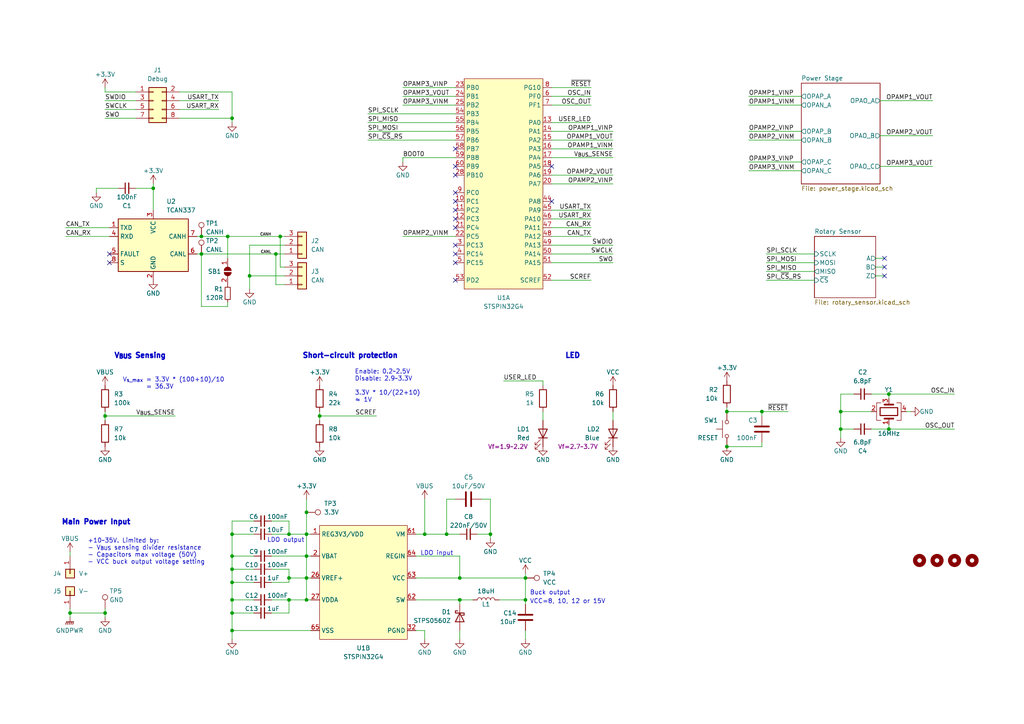
<source format=kicad_sch>
(kicad_sch (version 20230121) (generator eeschema)
  (paper "A4")
  (title_block (title "moco-SC1") (rev "1.0") (comment 1 "BLDC motor controller/driver") (comment 2 "STSPIN32G4 MCU/Gate driver and CSD88584Q5DC Dual N-MOSFET") (comment 3 "MIT license (Open source hardware)") (comment 4 "https://github.com/ziteh/moco"))
  (lib_symbols
    (symbol "Connector:TestPoint" (pin_numbers hide) (pin_names (offset 0.762) hide)
      (property "Reference" "TP" (at 0 6.858 0))
      (property "Value" "TestPoint" (at 0 5.08 0))
      (symbol "TestPoint_1_1"
        (pin passive line (at 0 0 90) (length 2.54) (name "1") (number "1"))
      )
    )
    (symbol "Connector_Generic:Conn_01x01" (pin_names (offset 1.016) hide)
      (property "Reference" "J" (at 0 2.54 0))
      (property "Value" "Conn_01x01" (at 0 -2.54 0))
      (symbol "Conn_01x01_1_1"
        (pin passive line (at -5.08 0 0) (length 3.81) (name "Pin_1") (number "1"))
      )
    )
    (symbol "Connector_Generic:Conn_01x03" (pin_names (offset 1.016) hide)
      (property "Reference" "J" (at 0 5.08 0))
      (property "Value" "Conn_01x03" (at 0 -5.08 0))
      (symbol "Conn_01x03_1_1"
        (pin passive line (at -5.08 2.54 0) (length 3.81) (name "Pin_1") (number "1"))
        (pin passive line (at -5.08 0 0) (length 3.81) (name "Pin_2") (number "2"))
        (pin passive line (at -5.08 -2.54 0) (length 3.81) (name "Pin_3") (number "3"))
      )
    )
    (symbol "Connector_Generic:Conn_02x04_Odd_Even" (pin_names (offset 1.016) hide)
      (property "Reference" "J" (at 1.27 5.08 0))
      (property "Value" "Conn_02x04_Odd_Even" (at 1.27 -7.62 0))
      (symbol "Conn_02x04_Odd_Even_1_1"
        (pin passive line (at -5.08 2.54 0) (length 3.81) (name "Pin_1") (number "1"))
        (pin passive line (at 7.62 2.54 180) (length 3.81) (name "Pin_2") (number "2"))
        (pin passive line (at -5.08 0 0) (length 3.81) (name "Pin_3") (number "3"))
        (pin passive line (at 7.62 0 180) (length 3.81) (name "Pin_4") (number "4"))
        (pin passive line (at -5.08 -2.54 0) (length 3.81) (name "Pin_5") (number "5"))
        (pin passive line (at 7.62 -2.54 180) (length 3.81) (name "Pin_6") (number "6"))
        (pin passive line (at -5.08 -5.08 0) (length 3.81) (name "Pin_7") (number "7"))
        (pin passive line (at 7.62 -5.08 180) (length 3.81) (name "Pin_8") (number "8"))
      )
    )
    (symbol "Device:C" (pin_numbers hide) (pin_names (offset 0.254))
      (property "Reference" "C" (at 0.635 2.54 0))
      (property "Value" "C" (at 0.635 -2.54 0))
      (symbol "C_1_1"
        (pin passive line (at 0 3.81 270) (length 2.794) (name "~") (number "1"))
        (pin passive line (at 0 -3.81 90) (length 2.794) (name "~") (number "2"))
      )
    )
    (symbol "Device:C_Small" (pin_numbers hide) (pin_names (offset 0.254) hide)
      (property "Reference" "C" (at 0.254 1.778 0))
      (property "Value" "C_Small" (at 0.254 -2.032 0))
      (symbol "C_Small_1_1"
        (pin passive line (at 0 2.54 270) (length 2.032) (name "~") (number "1"))
        (pin passive line (at 0 -2.54 90) (length 2.032) (name "~") (number "2"))
      )
    )
    (symbol "Device:Crystal_GND24" (pin_names (offset 1.016) hide)
      (property "Reference" "Y" (at 3.175 5.08 0))
      (property "Value" "Crystal_GND24" (at 3.175 3.175 0))
      (symbol "Crystal_GND24_1_1"
        (pin passive line (at -3.81 0 0) (length 1.27) (name "1") (number "1"))
        (pin passive line (at 0 5.08 270) (length 1.27) (name "2") (number "2"))
        (pin passive line (at 3.81 0 180) (length 1.27) (name "3") (number "3"))
        (pin passive line (at 0 -5.08 90) (length 1.27) (name "4") (number "4"))
      )
    )
    (symbol "Device:L" (pin_numbers hide) (pin_names (offset 1.016) hide)
      (property "Reference" "L" (at -1.27 0 90))
      (property "Value" "L" (at 1.905 0 90))
      (symbol "L_1_1"
        (pin passive line (at 0 3.81 270) (length 1.27) (name "1") (number "1"))
        (pin passive line (at 0 -3.81 90) (length 1.27) (name "2") (number "2"))
      )
    )
    (symbol "Device:LED" (pin_numbers hide) (pin_names (offset 1.016) hide)
      (property "Reference" "D" (at 0 2.54 0))
      (property "Value" "LED" (at 0 -2.54 0))
      (symbol "LED_1_1"
        (pin passive line (at -3.81 0 0) (length 2.54) (name "K") (number "1"))
        (pin passive line (at 3.81 0 180) (length 2.54) (name "A") (number "2"))
      )
    )
    (symbol "Device:R" (pin_numbers hide) (pin_names (offset 0))
      (property "Reference" "R" (at 2.032 0 90))
      (property "Value" "R" (at 0 0 90))
      (symbol "R_1_1"
        (pin passive line (at 0 3.81 270) (length 1.27) (name "~") (number "1"))
        (pin passive line (at 0 -3.81 90) (length 1.27) (name "~") (number "2"))
      )
    )
    (symbol "Device:R_Small" (pin_numbers hide) (pin_names (offset 0.254) hide)
      (property "Reference" "R" (at 0.762 0.508 0))
      (property "Value" "R_Small" (at 0.762 -1.016 0))
      (symbol "R_Small_1_1"
        (pin passive line (at 0 2.54 270) (length 0.762) (name "~") (number "1"))
        (pin passive line (at 0 -2.54 90) (length 0.762) (name "~") (number "2"))
      )
    )
    (symbol "Diode:1N6857UR" (pin_numbers hide) (pin_names (offset 1.016) hide)
      (property "Reference" "D" (at 0 2.54 0))
      (property "Value" "1N6857UR" (at 0 -2.54 0))
      (symbol "1N6857UR_1_1"
        (pin passive line (at -3.81 0 0) (length 2.54) (name "K") (number "1"))
        (pin passive line (at 3.81 0 180) (length 2.54) (name "A") (number "2"))
      )
    )
    (symbol "Interface_CAN_LIN:TCAN337"
      (property "Reference" "U" (at -10.16 8.89 0))
      (property "Value" "TCAN337" (at 2.54 8.89 0))
      (symbol "TCAN337_1_1"
        (pin input line (at -12.7 5.08 0) (length 2.54) (name "TXD") (number "1"))
        (pin power_in line (at 0 -10.16 90) (length 2.54) (name "GND") (number "2"))
        (pin power_in line (at 0 10.16 270) (length 2.54) (name "VCC") (number "3"))
        (pin tri_state line (at -12.7 2.54 0) (length 2.54) (name "RXD") (number "4"))
        (pin open_collector line (at -12.7 -2.54 0) (length 2.54) (name "FAULT") (number "5"))
        (pin bidirectional line (at 12.7 -2.54 180) (length 2.54) (name "CANL") (number "6"))
        (pin bidirectional line (at 12.7 2.54 180) (length 2.54) (name "CANH") (number "7"))
        (pin input line (at -12.7 -5.08 0) (length 2.54) (name "S") (number "8"))
      )
    )
    (symbol "Jumper:SolderJumper_2_Open" (pin_names (offset 0) hide)
      (property "Reference" "JP" (at 0 2.032 0))
      (property "Value" "SolderJumper_2_Open" (at 0 -2.54 0))
      (symbol "SolderJumper_2_Open_1_1"
        (pin passive line (at -3.81 0 0) (length 2.54) (name "A") (number "1"))
        (pin passive line (at 3.81 0 180) (length 2.54) (name "B") (number "2"))
      )
    )
    (symbol "Mechanical:MountingHole" (pin_names (offset 1.016))
      (property "Reference" "H" (at 0 5.08 0))
      (property "Value" "MountingHole" (at 0 3.175 0))
    )
    (symbol "STSPIN32G4_1"
      (property "Reference" "U" (at 0 -12.7 0))
      (property "Value" "STSPIN32G4" (at 0 -15.24 0))
      (symbol "STSPIN32G4_1_1_0"
        (pin bidirectional line (at -13.97 -5.08 0) (length 2.54) (name "PC1") (number "10"))
        (pin bidirectional line (at -13.97 -7.62 0) (length 2.54) (name "PC2") (number "11"))
        (pin bidirectional line (at -13.97 -10.16 0) (length 2.54) (name "PC3") (number "12"))
        (pin bidirectional line (at 13.97 17.78 180) (length 2.54) (name "PA0") (number "13"))
        (pin bidirectional line (at 13.97 15.24 180) (length 2.54) (name "PA1") (number "14"))
        (pin bidirectional line (at 13.97 12.7 180) (length 2.54) (name "PA2") (number "15"))
        (pin bidirectional line (at 13.97 10.16 180) (length 2.54) (name "PA3") (number "16"))
        (pin bidirectional line (at 13.97 7.62 180) (length 2.54) (name "PA4") (number "17"))
        (pin bidirectional line (at 13.97 5.08 180) (length 2.54) (name "PA5") (number "18"))
        (pin bidirectional line (at 13.97 2.54 180) (length 2.54) (name "PA6") (number "19"))
        (pin bidirectional line (at 13.97 0 180) (length 2.54) (name "PA7") (number "20"))
        (pin bidirectional line (at -13.97 -12.7 0) (length 2.54) (name "PC4") (number "21"))
        (pin bidirectional line (at -13.97 -15.24 0) (length 2.54) (name "PC5") (number "22"))
        (pin bidirectional line (at -13.97 27.94 0) (length 2.54) (name "PB0") (number "23"))
        (pin bidirectional line (at -13.97 25.4 0) (length 2.54) (name "PB1") (number "24"))
        (pin bidirectional line (at -13.97 22.86 0) (length 2.54) (name "PB2") (number "25"))
        (pin bidirectional line (at -13.97 2.54 0) (length 2.54) (name "PB10") (number "28"))
        (pin bidirectional line (at -13.97 -17.78 0) (length 2.54) (name "PC13") (number "3"))
        (pin no_connect line (at -1.27 -33.02 90) (length 2.54) hide (name "NC") (number "33"))
        (pin no_connect line (at 1.27 -33.02 90) (length 2.54) hide (name "NC") (number "34"))
        (pin bidirectional line (at -13.97 -20.32 0) (length 2.54) (name "PC14") (number "4"))
        (pin bidirectional line (at 13.97 -5.08 180) (length 2.54) (name "PA8") (number "44"))
        (pin bidirectional line (at 13.97 -7.62 180) (length 2.54) (name "PA9") (number "45"))
        (pin bidirectional line (at 13.97 -10.16 180) (length 2.54) (name "PA10") (number "46"))
        (pin bidirectional line (at 13.97 -12.7 180) (length 2.54) (name "PA11") (number "47"))
        (pin bidirectional line (at 13.97 -15.24 180) (length 2.54) (name "PA12") (number "48"))
        (pin bidirectional line (at 13.97 -17.78 180) (length 2.54) (name "PA13") (number "49"))
        (pin bidirectional line (at -13.97 -22.86 0) (length 2.54) (name "PC15") (number "5"))
        (pin bidirectional line (at 13.97 -20.32 180) (length 2.54) (name "PA14") (number "50"))
        (pin bidirectional line (at 13.97 -22.86 180) (length 2.54) (name "PA15") (number "51"))
        (pin bidirectional line (at 13.97 -27.94 180) (length 2.54) (name "SCREF") (number "52"))
        (pin bidirectional line (at -13.97 -27.94 0) (length 2.54) (name "PD2") (number "53"))
        (pin bidirectional line (at -13.97 20.32 0) (length 2.54) (name "PB3") (number "54"))
        (pin bidirectional line (at -13.97 17.78 0) (length 2.54) (name "PB4") (number "55"))
        (pin bidirectional line (at -13.97 15.24 0) (length 2.54) (name "PB5") (number "56"))
        (pin bidirectional line (at -13.97 12.7 0) (length 2.54) (name "PB6") (number "57"))
        (pin bidirectional line (at -13.97 10.16 0) (length 2.54) (name "PB7") (number "58"))
        (pin bidirectional line (at -13.97 7.62 0) (length 2.54) (name "PB8") (number "59"))
        (pin bidirectional line (at 13.97 25.4 180) (length 2.54) (name "PF0") (number "6"))
        (pin bidirectional line (at -13.97 5.08 0) (length 2.54) (name "PB9") (number "60"))
        (pin bidirectional line (at 13.97 22.86 180) (length 2.54) (name "PF1") (number "7"))
        (pin bidirectional line (at 13.97 27.94 180) (length 2.54) (name "PG10") (number "8"))
        (pin bidirectional line (at -13.97 -2.54 0) (length 2.54) (name "PC0") (number "9"))
      )
      (symbol "STSPIN32G4_1_2_0"
        (pin power_out line (at -15.24 13.97 0) (length 2.54) (name "REG3V3/VDD") (number "1"))
        (pin power_in line (at -15.24 7.62 0) (length 2.54) (name "VBAT") (number "2"))
        (pin power_in line (at -15.24 1.27 0) (length 2.54) (name "VREF+") (number "26"))
        (pin power_in line (at -15.24 -5.08 0) (length 2.54) (name "VDDA") (number "27"))
        (pin power_in line (at 15.24 -13.97 180) (length 2.54) (name "PGND") (number "32"))
        (pin power_in line (at 15.24 13.97 180) (length 2.54) (name "VM") (number "61"))
        (pin power_out line (at 15.24 -5.08 180) (length 2.54) (name "SW") (number "62"))
        (pin power_in line (at 15.24 1.27 180) (length 2.54) (name "VCC") (number "63"))
        (pin power_in line (at 15.24 7.62 180) (length 2.54) (name "REGIN") (number "64"))
        (pin power_in line (at -15.24 -13.97 0) (length 2.54) (name "VSS") (number "65"))
      )
      (symbol "STSPIN32G4_1_3_0"
        (pin output line (at 8.89 -7.62 180) (length 2.54) (name "GLS1") (number "29"))
        (pin power_out line (at 8.89 7.62 180) (length 2.54) (name "BOOT1") (number "41"))
        (pin power_out line (at 8.89 -2.54 180) (length 2.54) (name "OUT1") (number "42"))
        (pin output line (at 8.89 2.54 180) (length 2.54) (name "GHS1") (number "43"))
      )
      (symbol "STSPIN32G4_1_4_0"
        (pin output line (at 8.89 -7.62 180) (length 2.54) (name "GLS2") (number "30"))
        (pin power_out line (at 8.89 7.62 180) (length 2.54) (name "BOOT2") (number "38"))
        (pin power_out line (at 8.89 -2.54 180) (length 2.54) (name "OUT2") (number "39"))
        (pin output line (at 8.89 2.54 180) (length 2.54) (name "GHS2") (number "40"))
      )
      (symbol "STSPIN32G4_1_5_0"
        (pin output line (at 8.89 -7.62 180) (length 2.54) (name "GLS3") (number "31"))
        (pin power_out line (at 8.89 7.62 180) (length 2.54) (name "BOOT3") (number "35"))
        (pin power_out line (at 8.89 -2.54 180) (length 2.54) (name "OUT3") (number "36"))
        (pin output line (at 8.89 2.54 180) (length 2.54) (name "GHS3") (number "37"))
      )
    )
    (symbol "Switch:SW_Push" (pin_numbers hide) (pin_names (offset 1.016) hide)
      (property "Reference" "SW" (at 1.27 2.54 0))
      (property "Value" "SW_Push" (at 0 -1.524 0))
      (symbol "SW_Push_0_1"
        (pin passive line (at -5.08 0 0) (length 2.54) (name "1") (number "1"))
        (pin passive line (at 5.08 0 180) (length 2.54) (name "2") (number "2"))
      )
    )
    (symbol "moco:STSPIN32G4"
      (property "Reference" "U" (at 0 -12.7 0))
      (property "Value" "STSPIN32G4" (at 0 -15.24 0))
      (symbol "STSPIN32G4_1_0"
        (pin bidirectional line (at -13.97 -5.08 0) (length 2.54) (name "PC1") (number "10"))
        (pin bidirectional line (at -13.97 -7.62 0) (length 2.54) (name "PC2") (number "11"))
        (pin bidirectional line (at -13.97 -10.16 0) (length 2.54) (name "PC3") (number "12"))
        (pin bidirectional line (at 13.97 17.78 180) (length 2.54) (name "PA0") (number "13"))
        (pin bidirectional line (at 13.97 15.24 180) (length 2.54) (name "PA1") (number "14"))
        (pin bidirectional line (at 13.97 12.7 180) (length 2.54) (name "PA2") (number "15"))
        (pin bidirectional line (at 13.97 10.16 180) (length 2.54) (name "PA3") (number "16"))
        (pin bidirectional line (at 13.97 7.62 180) (length 2.54) (name "PA4") (number "17"))
        (pin bidirectional line (at 13.97 5.08 180) (length 2.54) (name "PA5") (number "18"))
        (pin bidirectional line (at 13.97 2.54 180) (length 2.54) (name "PA6") (number "19"))
        (pin bidirectional line (at 13.97 0 180) (length 2.54) (name "PA7") (number "20"))
        (pin bidirectional line (at -13.97 -12.7 0) (length 2.54) (name "PC4") (number "21"))
        (pin bidirectional line (at -13.97 -15.24 0) (length 2.54) (name "PC5") (number "22"))
        (pin bidirectional line (at -13.97 27.94 0) (length 2.54) (name "PB0") (number "23"))
        (pin bidirectional line (at -13.97 25.4 0) (length 2.54) (name "PB1") (number "24"))
        (pin bidirectional line (at -13.97 22.86 0) (length 2.54) (name "PB2") (number "25"))
        (pin bidirectional line (at -13.97 2.54 0) (length 2.54) (name "PB10") (number "28"))
        (pin bidirectional line (at -13.97 -17.78 0) (length 2.54) (name "PC13") (number "3"))
        (pin no_connect line (at -1.27 -33.02 90) (length 2.54) hide (name "NC") (number "33"))
        (pin no_connect line (at 1.27 -33.02 90) (length 2.54) hide (name "NC") (number "34"))
        (pin bidirectional line (at -13.97 -20.32 0) (length 2.54) (name "PC14") (number "4"))
        (pin bidirectional line (at 13.97 -5.08 180) (length 2.54) (name "PA8") (number "44"))
        (pin bidirectional line (at 13.97 -7.62 180) (length 2.54) (name "PA9") (number "45"))
        (pin bidirectional line (at 13.97 -10.16 180) (length 2.54) (name "PA10") (number "46"))
        (pin bidirectional line (at 13.97 -12.7 180) (length 2.54) (name "PA11") (number "47"))
        (pin bidirectional line (at 13.97 -15.24 180) (length 2.54) (name "PA12") (number "48"))
        (pin bidirectional line (at 13.97 -17.78 180) (length 2.54) (name "PA13") (number "49"))
        (pin bidirectional line (at -13.97 -22.86 0) (length 2.54) (name "PC15") (number "5"))
        (pin bidirectional line (at 13.97 -20.32 180) (length 2.54) (name "PA14") (number "50"))
        (pin bidirectional line (at 13.97 -22.86 180) (length 2.54) (name "PA15") (number "51"))
        (pin bidirectional line (at 13.97 -27.94 180) (length 2.54) (name "SCREF") (number "52"))
        (pin bidirectional line (at -13.97 -27.94 0) (length 2.54) (name "PD2") (number "53"))
        (pin bidirectional line (at -13.97 20.32 0) (length 2.54) (name "PB3") (number "54"))
        (pin bidirectional line (at -13.97 17.78 0) (length 2.54) (name "PB4") (number "55"))
        (pin bidirectional line (at -13.97 15.24 0) (length 2.54) (name "PB5") (number "56"))
        (pin bidirectional line (at -13.97 12.7 0) (length 2.54) (name "PB6") (number "57"))
        (pin bidirectional line (at -13.97 10.16 0) (length 2.54) (name "PB7") (number "58"))
        (pin bidirectional line (at -13.97 7.62 0) (length 2.54) (name "PB8") (number "59"))
        (pin bidirectional line (at 13.97 25.4 180) (length 2.54) (name "PF0") (number "6"))
        (pin bidirectional line (at -13.97 5.08 0) (length 2.54) (name "PB9") (number "60"))
        (pin bidirectional line (at 13.97 22.86 180) (length 2.54) (name "PF1") (number "7"))
        (pin bidirectional line (at 13.97 27.94 180) (length 2.54) (name "PG10") (number "8"))
        (pin bidirectional line (at -13.97 -2.54 0) (length 2.54) (name "PC0") (number "9"))
      )
      (symbol "STSPIN32G4_2_0"
        (pin power_out line (at -15.24 13.97 0) (length 2.54) (name "REG3V3/VDD") (number "1"))
        (pin power_in line (at -15.24 7.62 0) (length 2.54) (name "VBAT") (number "2"))
        (pin power_in line (at -15.24 1.27 0) (length 2.54) (name "VREF+") (number "26"))
        (pin power_in line (at -15.24 -5.08 0) (length 2.54) (name "VDDA") (number "27"))
        (pin power_in line (at 15.24 -13.97 180) (length 2.54) (name "PGND") (number "32"))
        (pin power_in line (at 15.24 13.97 180) (length 2.54) (name "VM") (number "61"))
        (pin power_out line (at 15.24 -5.08 180) (length 2.54) (name "SW") (number "62"))
        (pin power_in line (at 15.24 1.27 180) (length 2.54) (name "VCC") (number "63"))
        (pin power_in line (at 15.24 7.62 180) (length 2.54) (name "REGIN") (number "64"))
        (pin power_in line (at -15.24 -13.97 0) (length 2.54) (name "VSS") (number "65"))
      )
      (symbol "STSPIN32G4_3_0"
        (pin output line (at 8.89 -7.62 180) (length 2.54) (name "GLS1") (number "29"))
        (pin power_out line (at 8.89 7.62 180) (length 2.54) (name "BOOT1") (number "41"))
        (pin power_out line (at 8.89 -2.54 180) (length 2.54) (name "OUT1") (number "42"))
        (pin output line (at 8.89 2.54 180) (length 2.54) (name "GHS1") (number "43"))
      )
      (symbol "STSPIN32G4_4_0"
        (pin output line (at 8.89 -7.62 180) (length 2.54) (name "GLS2") (number "30"))
        (pin power_out line (at 8.89 7.62 180) (length 2.54) (name "BOOT2") (number "38"))
        (pin power_out line (at 8.89 -2.54 180) (length 2.54) (name "OUT2") (number "39"))
        (pin output line (at 8.89 2.54 180) (length 2.54) (name "GHS2") (number "40"))
      )
      (symbol "STSPIN32G4_5_0"
        (pin output line (at 8.89 -7.62 180) (length 2.54) (name "GLS3") (number "31"))
        (pin power_out line (at 8.89 7.62 180) (length 2.54) (name "BOOT3") (number "35"))
        (pin power_out line (at 8.89 -2.54 180) (length 2.54) (name "OUT3") (number "36"))
        (pin output line (at 8.89 2.54 180) (length 2.54) (name "GHS3") (number "37"))
      )
    )
    (symbol "power:+3.3V" (power) (pin_names (offset 0))
      (property "Value" "+3.3V" (at 0 3.556 0))
      (symbol "+3.3V_1_1"
        (pin power_in line (at 0 0 90) (length 0) hide (name "+3.3V") (number "1"))
      )
    )
    (symbol "power:GND" (power) (pin_names (offset 0))
      (property "Value" "GND" (at 0 -3.81 0))
      (symbol "GND_1_1"
        (pin power_in line (at 0 0 270) (length 0) hide (name "GND") (number "1"))
      )
    )
    (symbol "power:GNDPWR" (power) (pin_names (offset 0))
      (property "Value" "GNDPWR" (at 0 -3.302 0))
      (symbol "GNDPWR_1_1"
        (pin power_in line (at 0 0 270) (length 0) hide (name "GNDPWR") (number "1"))
      )
    )
    (symbol "power:VBUS" (power) (pin_names (offset 0))
      (property "Value" "VBUS" (at 0 3.81 0))
      (symbol "VBUS_1_1"
        (pin power_in line (at 0 0 90) (length 0) hide (name "VBUS") (number "1"))
      )
    )
    (symbol "power:VCC" (power) (pin_names (offset 0))
      (property "Value" "VCC" (at 0 3.81 0))
      (symbol "VCC_1_1"
        (pin power_in line (at 0 0 90) (length 0) hide (name "VCC") (number "1"))
      )
    )
  )
  (junction (at 123.19 154.94))
  (junction (at 30.48 120.65))
  (junction (at 88.9 173.99))
  (junction (at 67.31 173.99))
  (junction (at 220.98 119.38))
  (junction (at 210.82 129.54))
  (junction (at 88.9 161.29))
  (junction (at 30.48 177.8))
  (junction (at 72.39 80.01))
  (junction (at 129.54 154.94))
  (junction (at 257.81 124.46))
  (junction (at 81.28 68.58))
  (junction (at 80.01 73.66))
  (junction (at 142.24 154.94))
  (junction (at 83.82 173.99))
  (junction (at 67.31 165.1))
  (junction (at 67.31 154.94))
  (junction (at 83.82 167.64))
  (junction (at 257.81 114.3))
  (junction (at 133.35 167.64))
  (junction (at 67.31 34.29))
  (junction (at 67.31 168.91))
  (junction (at 92.71 120.65))
  (junction (at 67.31 161.29))
  (junction (at 83.82 154.94))
  (junction (at 152.4 167.64))
  (junction (at 152.4 173.99))
  (junction (at 133.35 173.99))
  (junction (at 88.9 154.94))
  (junction (at 88.9 167.64))
  (junction (at 58.42 73.66))
  (junction (at 67.31 177.8))
  (junction (at 210.82 119.38))
  (junction (at 243.84 119.38))
  (junction (at 44.45 54.61))
  (junction (at 67.31 182.88))
  (junction (at 243.84 124.46))
  (junction (at 58.42 68.58))
  (junction (at 88.9 148.59))
  (junction (at 20.32 177.8))
  (junction (at 66.04 68.58))
  (no_connect (at 256.54 74.93))
  (no_connect (at 132.08 50.8))
  (no_connect (at 31.75 73.66))
  (no_connect (at 132.08 55.88))
  (no_connect (at 132.08 60.96))
  (no_connect (at 132.08 81.28))
  (no_connect (at 132.08 58.42))
  (no_connect (at 256.54 77.47))
  (no_connect (at 132.08 66.04))
  (no_connect (at 132.08 48.26))
  (no_connect (at 132.08 43.18))
  (no_connect (at 132.08 63.5))
  (no_connect (at 132.08 73.66))
  (no_connect (at 132.08 71.12))
  (no_connect (at 31.75 76.2))
  (no_connect (at 256.54 80.01))
  (no_connect (at 132.08 76.2))
  (no_connect (at 160.02 58.42))
  (no_connect (at 160.02 48.26))
  (wire (pts (xy 67.31 161.29) (xy 67.31 165.1)))
  (wire (pts (xy 106.68 33.02) (xy 132.08 33.02)))
  (wire (pts (xy 66.04 68.58) (xy 81.28 68.58)))
  (wire (pts (xy 254 77.47) (xy 256.54 77.47)))
  (wire (pts (xy 30.48 177.8) (xy 30.48 176.53)))
  (wire (pts (xy 217.17 40.64) (xy 232.41 40.64)))
  (wire (pts (xy 67.31 173.99) (xy 67.31 177.8)))
  (wire (pts (xy 123.19 144.78) (xy 123.19 154.94)))
  (wire (pts (xy 120.65 161.29) (xy 133.35 161.29)))
  (wire (pts (xy 243.84 127) (xy 243.84 124.46)))
  (wire (pts (xy 67.31 154.94) (xy 73.66 154.94)))
  (wire (pts (xy 27.94 54.61) (xy 27.94 55.88)))
  (wire (pts (xy 133.35 167.64) (xy 152.4 167.64)))
  (wire (pts (xy 83.82 154.94) (xy 88.9 154.94)))
  (wire (pts (xy 67.31 165.1) (xy 67.31 168.91)))
  (wire (pts (xy 31.75 68.58) (xy 19.05 68.58)))
  (wire (pts (xy 177.8 121.92) (xy 177.8 119.38)))
  (wire (pts (xy 255.27 39.37) (xy 270.51 39.37)))
  (wire (pts (xy 72.39 80.01) (xy 72.39 83.82)))
  (wire (pts (xy 133.35 175.26) (xy 133.35 173.99)))
  (wire (pts (xy 133.35 161.29) (xy 133.35 167.64)))
  (wire (pts (xy 133.35 173.99) (xy 137.16 173.99)))
  (wire (pts (xy 67.31 177.8) (xy 67.31 182.88)))
  (wire (pts (xy 160.02 53.34) (xy 177.8 53.34)))
  (wire (pts (xy 217.17 38.1) (xy 232.41 38.1)))
  (wire (pts (xy 160.02 66.04) (xy 171.45 66.04)))
  (wire (pts (xy 160.02 60.96) (xy 171.45 60.96)))
  (wire (pts (xy 222.25 76.2) (xy 236.22 76.2)))
  (wire (pts (xy 152.4 167.64) (xy 152.4 173.99)))
  (wire (pts (xy 142.24 154.94) (xy 138.43 154.94)))
  (wire (pts (xy 257.81 124.46) (xy 276.86 124.46)))
  (wire (pts (xy 78.74 154.94) (xy 83.82 154.94)))
  (wire (pts (xy 80.01 82.55) (xy 82.55 82.55)))
  (wire (pts (xy 66.04 68.58) (xy 66.04 74.93)))
  (wire (pts (xy 81.28 77.47) (xy 81.28 68.58)))
  (wire (pts (xy 217.17 27.94) (xy 232.41 27.94)))
  (wire (pts (xy 63.5 31.75) (xy 52.07 31.75)))
  (wire (pts (xy 20.32 179.07) (xy 20.32 177.8)))
  (wire (pts (xy 160.02 50.8) (xy 177.8 50.8)))
  (wire (pts (xy 160.02 45.72) (xy 177.8 45.72)))
  (wire (pts (xy 160.02 35.56) (xy 171.45 35.56)))
  (wire (pts (xy 133.35 185.42) (xy 133.35 182.88)))
  (wire (pts (xy 210.82 119.38) (xy 220.98 119.38)))
  (wire (pts (xy 120.65 173.99) (xy 133.35 173.99)))
  (wire (pts (xy 30.48 179.07) (xy 30.48 177.8)))
  (wire (pts (xy 44.45 54.61) (xy 44.45 60.96)))
  (wire (pts (xy 58.42 68.58) (xy 66.04 68.58)))
  (wire (pts (xy 52.07 26.67) (xy 67.31 26.67)))
  (wire (pts (xy 88.9 154.94) (xy 90.17 154.94)))
  (wire (pts (xy 222.25 81.28) (xy 236.22 81.28)))
  (wire (pts (xy 255.27 48.26) (xy 270.51 48.26)))
  (wire (pts (xy 160.02 76.2) (xy 177.8 76.2)))
  (wire (pts (xy 254 74.93) (xy 256.54 74.93)))
  (wire (pts (xy 106.68 35.56) (xy 132.08 35.56)))
  (wire (pts (xy 120.65 154.94) (xy 123.19 154.94)))
  (wire (pts (xy 160.02 71.12) (xy 177.8 71.12)))
  (wire (pts (xy 142.24 156.21) (xy 142.24 154.94)))
  (wire (pts (xy 144.78 173.99) (xy 152.4 173.99)))
  (wire (pts (xy 88.9 144.78) (xy 88.9 148.59)))
  (wire (pts (xy 83.82 177.8) (xy 78.74 177.8)))
  (wire (pts (xy 133.35 154.94) (xy 129.54 154.94)))
  (wire (pts (xy 160.02 25.4) (xy 171.45 25.4)))
  (wire (pts (xy 67.31 182.88) (xy 90.17 182.88)))
  (wire (pts (xy 160.02 73.66) (xy 177.8 73.66)))
  (wire (pts (xy 39.37 54.61) (xy 44.45 54.61)))
  (wire (pts (xy 30.48 34.29) (xy 39.37 34.29)))
  (wire (pts (xy 243.84 119.38) (xy 243.84 124.46)))
  (wire (pts (xy 88.9 173.99) (xy 90.17 173.99)))
  (wire (pts (xy 217.17 46.99) (xy 232.41 46.99)))
  (wire (pts (xy 72.39 80.01) (xy 82.55 80.01)))
  (wire (pts (xy 58.42 73.66) (xy 58.42 88.9)))
  (wire (pts (xy 67.31 151.13) (xy 67.31 154.94)))
  (wire (pts (xy 88.9 161.29) (xy 90.17 161.29)))
  (wire (pts (xy 63.5 29.21) (xy 52.07 29.21)))
  (wire (pts (xy 160.02 63.5) (xy 171.45 63.5)))
  (wire (pts (xy 92.71 120.65) (xy 92.71 121.92)))
  (wire (pts (xy 67.31 182.88) (xy 67.31 185.42)))
  (wire (pts (xy 88.9 161.29) (xy 88.9 167.64)))
  (wire (pts (xy 78.74 161.29) (xy 88.9 161.29)))
  (wire (pts (xy 160.02 38.1) (xy 177.8 38.1)))
  (wire (pts (xy 67.31 35.56) (xy 67.31 34.29)))
  (wire (pts (xy 20.32 177.8) (xy 20.32 176.53)))
  (wire (pts (xy 81.28 68.58) (xy 82.55 68.58)))
  (wire (pts (xy 20.32 160.02) (xy 20.32 161.29)))
  (wire (pts (xy 257.81 114.3) (xy 257.81 115.57)))
  (wire (pts (xy 44.45 53.34) (xy 44.45 54.61)))
  (wire (pts (xy 72.39 71.12) (xy 82.55 71.12)))
  (wire (pts (xy 83.82 173.99) (xy 83.82 177.8)))
  (wire (pts (xy 30.48 25.4) (xy 30.48 26.67)))
  (wire (pts (xy 228.6 119.38) (xy 220.98 119.38)))
  (wire (pts (xy 142.24 144.78) (xy 142.24 154.94)))
  (wire (pts (xy 217.17 30.48) (xy 232.41 30.48)))
  (wire (pts (xy 34.29 54.61) (xy 27.94 54.61)))
  (wire (pts (xy 106.68 40.64) (xy 132.08 40.64)))
  (wire (pts (xy 139.7 144.78) (xy 142.24 144.78)))
  (wire (pts (xy 88.9 167.64) (xy 90.17 167.64)))
  (wire (pts (xy 257.81 114.3) (xy 276.86 114.3)))
  (wire (pts (xy 83.82 173.99) (xy 88.9 173.99)))
  (wire (pts (xy 67.31 168.91) (xy 67.31 173.99)))
  (wire (pts (xy 252.73 124.46) (xy 257.81 124.46)))
  (wire (pts (xy 152.4 166.37) (xy 152.4 167.64)))
  (wire (pts (xy 67.31 168.91) (xy 73.66 168.91)))
  (wire (pts (xy 243.84 114.3) (xy 243.84 119.38)))
  (wire (pts (xy 30.48 119.38) (xy 30.48 120.65)))
  (wire (pts (xy 106.68 38.1) (xy 132.08 38.1)))
  (wire (pts (xy 116.84 45.72) (xy 132.08 45.72)))
  (wire (pts (xy 88.9 167.64) (xy 88.9 173.99)))
  (wire (pts (xy 83.82 167.64) (xy 88.9 167.64)))
  (wire (pts (xy 220.98 120.65) (xy 220.98 119.38)))
  (wire (pts (xy 257.81 124.46) (xy 257.81 123.19)))
  (wire (pts (xy 83.82 168.91) (xy 78.74 168.91)))
  (wire (pts (xy 67.31 26.67) (xy 67.31 34.29)))
  (wire (pts (xy 243.84 124.46) (xy 247.65 124.46)))
  (wire (pts (xy 67.31 177.8) (xy 73.66 177.8)))
  (wire (pts (xy 83.82 165.1) (xy 78.74 165.1)))
  (wire (pts (xy 83.82 165.1) (xy 83.82 167.64)))
  (wire (pts (xy 57.15 68.58) (xy 58.42 68.58)))
  (wire (pts (xy 210.82 129.54) (xy 220.98 129.54)))
  (wire (pts (xy 222.25 73.66) (xy 236.22 73.66)))
  (wire (pts (xy 82.55 77.47) (xy 81.28 77.47)))
  (wire (pts (xy 129.54 154.94) (xy 123.19 154.94)))
  (wire (pts (xy 210.82 118.11) (xy 210.82 119.38)))
  (wire (pts (xy 80.01 73.66) (xy 82.55 73.66)))
  (wire (pts (xy 264.16 119.38) (xy 262.89 119.38)))
  (wire (pts (xy 160.02 81.28) (xy 171.45 81.28)))
  (wire (pts (xy 160.02 40.64) (xy 177.8 40.64)))
  (wire (pts (xy 83.82 173.99) (xy 78.74 173.99)))
  (wire (pts (xy 66.04 88.9) (xy 66.04 87.63)))
  (wire (pts (xy 83.82 151.13) (xy 83.82 154.94)))
  (wire (pts (xy 254 80.01) (xy 256.54 80.01)))
  (wire (pts (xy 66.04 88.9) (xy 58.42 88.9)))
  (wire (pts (xy 160.02 30.48) (xy 171.45 30.48)))
  (wire (pts (xy 255.27 29.21) (xy 270.51 29.21)))
  (wire (pts (xy 116.84 68.58) (xy 132.08 68.58)))
  (wire (pts (xy 157.48 110.49) (xy 157.48 111.76)))
  (wire (pts (xy 67.31 165.1) (xy 73.66 165.1)))
  (wire (pts (xy 116.84 25.4) (xy 132.08 25.4)))
  (wire (pts (xy 243.84 119.38) (xy 252.73 119.38)))
  (wire (pts (xy 30.48 31.75) (xy 39.37 31.75)))
  (wire (pts (xy 67.31 161.29) (xy 73.66 161.29)))
  (wire (pts (xy 67.31 173.99) (xy 73.66 173.99)))
  (wire (pts (xy 19.05 66.04) (xy 31.75 66.04)))
  (wire (pts (xy 83.82 151.13) (xy 78.74 151.13)))
  (wire (pts (xy 160.02 68.58) (xy 171.45 68.58)))
  (wire (pts (xy 20.32 177.8) (xy 30.48 177.8)))
  (wire (pts (xy 72.39 71.12) (xy 72.39 80.01)))
  (wire (pts (xy 30.48 29.21) (xy 39.37 29.21)))
  (wire (pts (xy 152.4 185.42) (xy 152.4 182.88)))
  (wire (pts (xy 217.17 49.53) (xy 232.41 49.53)))
  (wire (pts (xy 92.71 119.38) (xy 92.71 120.65)))
  (wire (pts (xy 132.08 144.78) (xy 129.54 144.78)))
  (wire (pts (xy 129.54 144.78) (xy 129.54 154.94)))
  (wire (pts (xy 116.84 46.99) (xy 116.84 45.72)))
  (wire (pts (xy 252.73 114.3) (xy 257.81 114.3)))
  (wire (pts (xy 116.84 30.48) (xy 132.08 30.48)))
  (wire (pts (xy 88.9 154.94) (xy 88.9 161.29)))
  (wire (pts (xy 30.48 26.67) (xy 39.37 26.67)))
  (wire (pts (xy 247.65 114.3) (xy 243.84 114.3)))
  (wire (pts (xy 123.19 185.42) (xy 123.19 182.88)))
  (wire (pts (xy 88.9 148.59) (xy 88.9 154.94)))
  (wire (pts (xy 132.08 27.94) (xy 116.84 27.94)))
  (wire (pts (xy 67.31 154.94) (xy 67.31 161.29)))
  (wire (pts (xy 52.07 34.29) (xy 67.31 34.29)))
  (wire (pts (xy 160.02 27.94) (xy 171.45 27.94)))
  (wire (pts (xy 30.48 120.65) (xy 30.48 121.92)))
  (wire (pts (xy 80.01 73.66) (xy 80.01 82.55)))
  (wire (pts (xy 120.65 167.64) (xy 133.35 167.64)))
  (wire (pts (xy 109.22 120.65) (xy 92.71 120.65)))
  (wire (pts (xy 152.4 175.26) (xy 152.4 173.99)))
  (wire (pts (xy 160.02 43.18) (xy 177.8 43.18)))
  (wire (pts (xy 57.15 73.66) (xy 58.42 73.66)))
  (wire (pts (xy 83.82 167.64) (xy 83.82 168.91)))
  (wire (pts (xy 50.8 120.65) (xy 30.48 120.65)))
  (wire (pts (xy 58.42 73.66) (xy 80.01 73.66)))
  (wire (pts (xy 67.31 151.13) (xy 73.66 151.13)))
  (wire (pts (xy 157.48 121.92) (xy 157.48 119.38)))
  (wire (pts (xy 146.05 110.49) (xy 157.48 110.49)))
  (wire (pts (xy 222.25 78.74) (xy 236.22 78.74)))
  (wire (pts (xy 123.19 182.88) (xy 120.65 182.88)))
  (wire (pts (xy 220.98 129.54) (xy 220.98 128.27)))
  (text "VCC=8, 10, 12 or 15V" (at 153.67 175.26 0) (effects (font (size 1.27 1.27)) (justify left bottom)))
  (text "+10~35V. Limited by:\n- V_{BUS} sensing divider resistance\n- Capacitors max voltage (50V)\n- VCC buck output voltage setting" (at 25.4 163.83 0) (effects (font (size 1.27 1.27)) (justify left bottom)))
  (text "Buck output" (at 153.67 172.72 0) (effects (font (size 1.27 1.27)) (justify left bottom)))
  (text "Short-circuit protection" (at 87.63 104.14 0) (effects (font (size 1.5 1.5) (thickness 0.4) bold) (justify left bottom)))
  (text "LDO output" (at 77.47 157.48 0) (effects (font (size 1.27 1.27)) (justify left bottom)))
  (text "LED" (at 163.83 104.14 0) (effects (font (size 1.5 1.5) (thickness 0.4) bold) (justify left bottom)))
  (text "V_{s_max} = 3.3V * (100+10)/10\n       = 36.3V" (at 35.56 113.03 0) (effects (font (size 1.27 1.27)) (justify left bottom)))
  (text "Main Power Input" (at 17.78 152.4 0) (effects (font (size 1.5 1.5) (thickness 0.4) bold) (justify left bottom)))
  (text "V_{BUS} Sensing" (at 33.02 104.14 0) (effects (font (size 1.5 1.5) (thickness 0.4) bold) (justify left bottom)))
  (text "LDO input" (at 121.92 161.29 0) (effects (font (size 1.27 1.27)) (justify left bottom)))
  (text "Enable: 0.2~2.5V\nDisable: 2.9~3.3V\n\n3.3V * 10/(22+10)\n≈ 1V" (at 102.87 116.84 0) (effects (font (size 1.27 1.27)) (justify left bottom)))
  (label "SCREF" (at 171.45 81.28 180))
  (label "SPI_MOSI" (at 106.68 38.1 0))
  (label "SPI_MISO" (at 222.25 78.74 0))
  (label "SWDIO" (at 30.48 29.21 0))
  (label "SPI_SCLK" (at 106.68 33.02 0))
  (label "BOOT0" (at 116.84 45.72 0))
  (label "USART_RX" (at 171.45 63.5 180))
  (label "USART_RX" (at 63.5 31.75 180))
  (label "OPAMP2_VINP" (at 217.17 38.1 0))
  (label "OPAMP1_VOUT" (at 177.8 40.64 180))
  (label "OPAMP2_VINM" (at 217.17 40.64 0))
  (label "OPAMP1_VINP" (at 217.17 27.94 0))
  (label "OPAMP3_VOUT" (at 116.84 27.94 0))
  (label "SPI_MOSI" (at 222.25 76.2 0))
  (label "USART_TX" (at 63.5 29.21 180))
  (label "SWO" (at 30.48 34.29 0))
  (label "OSC_IN" (at 171.45 27.94 180))
  (label "USER_LED" (at 171.45 35.56 180))
  (label "CANL" (at 78.74 73.66 180) (effects (font (size 0.8 0.8))))
  (label "USART_TX" (at 171.45 60.96 180))
  (label "OPAMP3_VINM" (at 116.84 30.48 0))
  (label "OPAMP1_VINP" (at 177.8 38.1 180))
  (label "OPAMP3_VINP" (at 116.84 25.4 0))
  (label "SWO" (at 177.8 76.2 180))
  (label "V_{BUS}_SENSE" (at 50.8 120.65 180))
  (label "V_{BUS}_SENSE" (at 177.8 45.72 180))
  (label "SPI_SCLK" (at 222.25 73.66 0))
  (label "SWDIO" (at 177.8 71.12 180))
  (label "SWCLK" (at 30.48 31.75 0))
  (label "OPAMP1_VINM" (at 217.17 30.48 0))
  (label "SPI_MISO" (at 106.68 35.56 0))
  (label "CANH" (at 78.74 68.58 180) (effects (font (size 0.8 0.8))))
  (label "SPI_~{CS}_RS" (at 222.25 81.28 0))
  (label "OPAMP3_VINP" (at 217.17 46.99 0))
  (label "CAN_RX" (at 171.45 66.04 180))
  (label "OPAMP1_VINM" (at 177.8 43.18 180))
  (label "CAN_TX" (at 19.05 66.04 0))
  (label "OSC_OUT" (at 276.86 124.46 180))
  (label "SCREF" (at 109.22 120.65 180))
  (label "OPAMP2_VOUT" (at 270.51 39.37 180))
  (label "USER_LED" (at 146.05 110.49 0))
  (label "CAN_TX" (at 171.45 68.58 180))
  (label "~{RESET}" (at 228.6 119.38 180))
  (label "OPAMP3_VOUT" (at 270.51 48.26 180))
  (label "SPI_~{CS}_RS" (at 106.68 40.64 0))
  (label "SWCLK" (at 177.8 73.66 180))
  (label "OPAMP2_VOUT" (at 177.8 50.8 180))
  (label "OPAMP3_VINM" (at 217.17 49.53 0))
  (label "OSC_OUT" (at 171.45 30.48 180))
  (label "OPAMP2_VINP" (at 177.8 53.34 180))
  (label "~{RESET}" (at 171.45 25.4 180))
  (label "CAN_RX" (at 19.05 68.58 0))
  (label "OPAMP2_VINM" (at 116.84 68.58 0))
  (label "OSC_IN" (at 276.86 114.3 180))
  (label "OPAMP1_VOUT" (at 270.51 29.21 180))
  (symbol (lib_id "power:GND") (at 157.48 129.54 0) (unit 1)
    (property "Reference" "#PWR016" (effects hide))
    (property "Value" "GND" (at 157.48 133.35 0))
  )
  (symbol (lib_id "power:GND") (at 67.31 185.42 0) (unit 1)
    (property "Reference" "#PWR026" (effects hide))
    (property "Value" "GND" (at 67.31 189.23 0))
  )
  (symbol (lib_id "Diode:1N6857UR") (at 133.35 179.07 90) (mirror x) (unit 1)
    (property "Reference" "D1" (at 130.81 177.4825 90) (effects (justify left)))
    (property "Value" "STPS0560Z" (at 130.81 180.0225 90) (effects (justify left)))
    (property "Footprint" "Diode_SMD:D_SOD-123F" (effects hide))
    (property "Datasheet" "https://www.microsemi.com/document-portal/doc_download/131890-lds-0040-1-datasheet" (effects hide))
    (property "LCSC" "C99285" (effects hide))
    (property "MFR. Part#" "STPS0560Z" (effects hide))
  )
  (symbol (lib_id "Connector:TestPoint") (at 30.48 176.53 0) (unit 1)
    (property "Reference" "TP5" (at 31.75 171.45 0) (effects (justify left)))
    (property "Value" "GND" (at 31.75 173.99 0) (effects (justify left)))
    (property "Footprint" "TestPoint:TestPoint_Pad_D1.0mm" (effects hide))
  )
  (symbol (lib_id "Mechanical:MountingHole") (at 281.94 162.56 0) (mirror y) (unit 1) (in_bom no)
    (property "Reference" "H4" (effects hide))
    (property "Value" "MountingHole" (effects hide))
    (property "Footprint" "MountingHole:MountingHole_3.2mm_M3_ISO14580" (effects hide))
  )
  (symbol (lib_id "Device:LED") (at 177.8 125.73 270) (mirror x) (unit 1)
    (property "Reference" "LD2" (at 173.99 124.46 90) (effects (justify right)))
    (property "Value" "Blue" (at 173.99 127 90) (effects (justify right)))
    (property "Footprint" "LED_SMD:LED_0603_1608Metric" (effects hide))
    (property "Note" "Vf=2.7~3.7V" (at 167.64 129.54 90))
    (property "LCSC" "C72043" (effects hide))
    (property "MFR. Part#" "19-217/GHC-YR1S2/3T" (effects hide))
  )
  (symbol (lib_id "Device:R") (at 157.48 115.57 0) (mirror y) (unit 1)
    (property "Reference" "R5" (at 154.94 114.3 0) (effects (justify left)))
    (property "Value" "1k" (at 154.94 116.84 0) (effects (justify left)))
    (property "Footprint" "Resistor_SMD:R_0402_1005Metric" (effects hide))
    (property "LCSC" "C11702" (effects hide))
    (property "MFR. Part#" "0402WGF1001TCE" (effects hide))
  )
  (symbol (lib_id "power:GND") (at 142.24 156.21 0) (unit 1)
    (property "Reference" "#PWR021" (effects hide))
    (property "Value" "GND" (at 142.24 160.02 0))
  )
  (symbol (lib_id "Mechanical:MountingHole") (at 271.78 162.56 0) (mirror y) (unit 1) (in_bom no)
    (property "Reference" "H2" (effects hide))
    (property "Value" "MountingHole" (effects hide))
    (property "Footprint" "MountingHole:MountingHole_3.2mm_M3_ISO14580" (effects hide))
  )
  (symbol (lib_id "Device:C") (at 152.4 179.07 0) (unit 1)
    (property "Reference" "C14" (at 149.86 177.8 0) (effects (justify right)))
    (property "Value" "10uF" (at 149.86 180.34 0) (effects (justify right)))
    (property "Footprint" "Capacitor_SMD:C_0805_2012Metric" (effects hide))
    (property "LCSC" "C440198" (effects hide))
    (property "MFR. Part#" "GRM21BR61H106KE43L" (effects hide))
  )
  (symbol (lib_id "Mechanical:MountingHole") (at 276.86 162.56 0) (mirror y) (unit 1) (in_bom no)
    (property "Reference" "H3" (effects hide))
    (property "Value" "MountingHole" (effects hide))
    (property "Footprint" "MountingHole:MountingHole_3.2mm_M3_ISO14580" (effects hide))
  )
  (symbol (lib_id "Device:LED") (at 157.48 125.73 270) (mirror x) (unit 1)
    (property "Reference" "LD1" (at 153.67 124.46 90) (effects (justify right)))
    (property "Value" "Red" (at 153.67 127 90) (effects (justify right)))
    (property "Footprint" "LED_SMD:LED_0603_1608Metric" (effects hide))
    (property "LCSC" "C2286" (effects hide))
    (property "MFR. Part#" "KT-0603R" (effects hide))
    (property "Note" "Vf=1.9~2.2V" (at 147.32 129.54 90))
  )
  (symbol (lib_id "Device:R") (at 30.48 125.73 180) (unit 1)
    (property "Reference" "R7" (at 33.02 124.46 0) (effects (justify right)))
    (property "Value" "10k" (at 33.02 127 0) (effects (justify right)))
    (property "Footprint" "Resistor_SMD:R_0402_1005Metric" (effects hide))
    (property "LCSC" "C25744" (effects hide))
    (property "MFR. Part#" "0402WGF1002TCE" (effects hide))
  )
  (symbol (lib_id "Device:C") (at 135.89 144.78 90) (mirror x) (unit 1)
    (property "Reference" "C5" (at 135.89 138.43 90))
    (property "Value" "10uF/50V" (at 135.89 140.97 90))
    (property "Footprint" "Capacitor_SMD:C_0805_2012Metric" (effects hide))
    (property "LCSC" "C440198" (effects hide))
    (property "MFR. Part#" "GRM21BR61H106KE43L" (effects hide))
  )
  (symbol (lib_id "Device:R_Small") (at 66.04 85.09 0) (mirror y) (unit 1)
    (property "Reference" "R1" (at 64.77 83.82 0) (effects (justify left)))
    (property "Value" "120R" (at 64.77 86.36 0) (effects (justify left)))
    (property "Footprint" "Resistor_SMD:R_0402_1005Metric_Pad0.72x0.64mm_HandSolder" (effects hide))
    (property "LCSC" "C25079" (effects hide))
    (property "MFR. Part#" "0402WGF1200TCE" (effects hide))
  )
  (symbol (lib_id "power:VBUS") (at 20.32 160.02 0) (unit 1)
    (property "Reference" "#PWR022" (effects hide))
    (property "Value" "VBUS" (at 20.32 156.21 0))
  )
  (symbol (lib_id "power:GND") (at 177.8 129.54 0) (unit 1)
    (property "Reference" "#PWR017" (effects hide))
    (property "Value" "GND" (at 177.8 133.35 0))
  )
  (symbol (lib_id "power:GNDPWR") (at 20.32 179.07 0) (unit 1)
    (property "Reference" "#PWR024" (effects hide))
    (property "Value" "GNDPWR" (at 20.193 182.88 0))
  )
  (symbol (lib_id "Device:R") (at 92.71 125.73 0) (unit 1)
    (property "Reference" "R8" (at 95.25 124.46 0) (effects (justify left)))
    (property "Value" "10k" (at 95.25 127 0) (effects (justify left)))
    (property "Footprint" "Resistor_SMD:R_0402_1005Metric" (effects hide))
    (property "LCSC" "C25744" (effects hide))
    (property "MFR. Part#" "0402WGF1002TCE" (effects hide))
  )
  (symbol (lib_id "power:GND") (at 210.82 129.54 0) (unit 1)
    (property "Reference" "#PWR018" (effects hide))
    (property "Value" "GND" (at 210.82 133.35 0))
  )
  (symbol (lib_id "power:VCC") (at 152.4 166.37 0) (unit 1)
    (property "Reference" "#PWR023" (effects hide))
    (property "Value" "VCC" (at 152.4 162.56 0))
  )
  (symbol (lib_id "Device:C_Small") (at 76.2 173.99 90) (mirror x) (unit 1)
    (property "Reference" "C12" (at 74.93 172.72 90) (effects (justify left)))
    (property "Value" "100nF" (at 77.47 172.72 90) (effects (justify right)))
    (property "Footprint" "Capacitor_SMD:C_0402_1005Metric" (effects hide))
    (property "LCSC" "C307331" (effects hide))
    (property "MFR. Part#" "CL05B104KB54PNC" (effects hide))
  )
  (symbol (lib_id "power:+3.3V") (at 30.48 25.4 0) (mirror y) (unit 1)
    (property "Reference" "#PWR01" (effects hide))
    (property "Value" "+3.3V" (at 30.48 21.59 0))
  )
  (symbol (lib_name "STSPIN32G4_1") (lib_id "moco:STSPIN32G4") (at 105.41 168.91 0) (unit 2)
    (property "Reference" "U1" (at 105.41 187.96 0))
    (property "Value" "STSPIN32G4" (at 105.41 190.5 0))
    (property "Footprint" "moco:VFQFPN 9X9X1.0 64 PITCH 0.5" (effects hide))
    (property "LCSC" "C2858620" (effects hide))
    (property "MFR. Part#" "STSPIN32G4" (effects hide))
  )
  (symbol (lib_id "Device:R") (at 92.71 115.57 0) (unit 1)
    (property "Reference" "R4" (at 95.25 114.3 0) (effects (justify left)))
    (property "Value" "22k" (at 95.25 116.84 0) (effects (justify left)))
    (property "Footprint" "Resistor_SMD:R_0402_1005Metric" (effects hide))
    (property "LCSC" "C25768" (effects hide))
    (property "MFR. Part#" "0402WGF2202TCE" (effects hide))
  )
  (symbol (lib_id "Interface_CAN_LIN:TCAN337") (at 44.45 71.12 0) (unit 1)
    (property "Reference" "U2" (at 48.26 58.42 0) (effects (justify left)))
    (property "Value" "TCAN337" (at 48.26 60.96 0) (effects (justify left)))
    (property "Footprint" "Package_TO_SOT_SMD:SOT-23-8" (effects hide))
    (property "Datasheet" "http://www.ti.com/lit/ds/symlink/tcan337.pdf" (effects hide))
    (property "LCSC" "C130129" (effects hide))
    (property "MFR. Part#" "TCAN337DCNR" (effects hide))
  )
  (symbol (lib_id "power:GND") (at 92.71 129.54 0) (unit 1)
    (property "Reference" "#PWR015" (effects hide))
    (property "Value" "GND" (at 92.71 133.35 0))
  )
  (symbol (lib_id "Switch:SW_Push") (at 210.82 124.46 90) (mirror x) (unit 1)
    (property "Reference" "SW1" (at 208.28 121.92 90) (effects (justify left)))
    (property "Value" "RESET" (at 208.28 127 90) (effects (justify left)))
    (property "Footprint" "Button_Switch_SMD:SW_SPST_EVQP7C" (effects hide))
    (property "Note" "3*4mm" (effects hide))
  )
  (symbol (lib_id "Mechanical:MountingHole") (at 266.7 162.56 0) (mirror y) (unit 1) (in_bom no)
    (property "Reference" "H1" (effects hide))
    (property "Value" "MountingHole" (effects hide))
    (property "Footprint" "MountingHole:MountingHole_3.2mm_M3_ISO14580" (effects hide))
  )
  (symbol (lib_id "power:GND") (at 67.31 35.56 0) (mirror y) (unit 1)
    (property "Reference" "#PWR02" (effects hide))
    (property "Value" "GND" (at 67.31 39.37 0))
  )
  (symbol (lib_id "Device:C_Small") (at 76.2 151.13 90) (mirror x) (unit 1)
    (property "Reference" "C6" (at 74.93 149.86 90) (effects (justify left)))
    (property "Value" "100nF" (at 77.47 149.86 90) (effects (justify right)))
    (property "Footprint" "Capacitor_SMD:C_0402_1005Metric" (effects hide))
    (property "LCSC" "C307331" (effects hide))
    (property "MFR. Part#" "CL05B104KB54PNC" (effects hide))
  )
  (symbol (lib_id "power:+3.3V") (at 88.9 144.78 0) (unit 1)
    (property "Reference" "#PWR019" (effects hide))
    (property "Value" "+3.3V" (at 88.9 140.97 0))
  )
  (symbol (lib_id "power:+3.3V") (at 92.71 111.76 0) (unit 1)
    (property "Reference" "#PWR010" (effects hide))
    (property "Value" "+3.3V" (at 92.71 107.95 0))
  )
  (symbol (lib_id "power:GND") (at 30.48 179.07 0) (unit 1)
    (property "Reference" "#PWR025" (effects hide))
    (property "Value" "GND" (at 30.48 182.88 0))
  )
  (symbol (lib_id "power:GND") (at 133.35 185.42 0) (unit 1)
    (property "Reference" "#PWR028" (effects hide))
    (property "Value" "GND" (at 133.35 189.23 0))
  )
  (symbol (lib_id "power:GND") (at 30.48 129.54 0) (unit 1)
    (property "Reference" "#PWR014" (effects hide))
    (property "Value" "GND" (at 30.48 133.35 0))
  )
  (symbol (lib_id "Connector_Generic:Conn_02x04_Odd_Even") (at 44.45 29.21 0) (unit 1)
    (property "Reference" "J1" (at 45.72 20.32 0))
    (property "Value" "Debug" (at 45.72 22.86 0))
    (property "Footprint" "Connector_PinHeader_2.54mm:PinHeader_2x04_P2.54mm_Vertical" (effects hide))
  )
  (symbol (lib_id "Connector_Generic:Conn_01x01") (at 20.32 166.37 270) (unit 1)
    (property "Reference" "J4" (at 17.78 166.37 90) (effects (justify right)))
    (property "Value" "V+" (at 22.86 166.37 90) (effects (justify left)))
    (property "Footprint" "moco:wire_rectagnel_3.7mm_D1.5mm" (effects hide))
  )
  (symbol (lib_id "Device:R") (at 210.82 114.3 0) (mirror x) (unit 1)
    (property "Reference" "R2" (at 208.28 113.03 0) (effects (justify right)))
    (property "Value" "10k" (at 208.28 115.57 0) (effects (justify right)))
    (property "Footprint" "Resistor_SMD:R_0402_1005Metric" (effects hide))
    (property "LCSC" "C25744" (effects hide))
    (property "MFR. Part#" "0402WGF1002TCE" (effects hide))
  )
  (symbol (lib_id "Connector:TestPoint") (at 58.42 73.66 0) (unit 1)
    (property "Reference" "TP2" (at 59.69 69.85 0) (effects (justify left)))
    (property "Value" "CANL" (at 59.69 72.39 0) (effects (justify left)))
    (property "Footprint" "TestPoint:TestPoint_Pad_D1.0mm" (effects hide))
  )
  (symbol (lib_id "Device:Crystal_GND24") (at 257.81 119.38 90) (unit 1)
    (property "Reference" "Y1" (at 257.81 113.03 90))
    (property "Value" "16MHz" (at 257.81 125.73 90))
    (property "Footprint" "Crystal:Crystal_SMD_3225-4Pin_3.2x2.5mm" (effects hide))
    (property "LCSC" "C13738" (effects hide))
    (property "MFR. Part#" "X322516MLB4SI" (effects hide))
  )
  (symbol (lib_id "Device:C_Small") (at 76.2 168.91 90) (mirror x) (unit 1)
    (property "Reference" "C11" (at 74.93 167.64 90) (effects (justify left)))
    (property "Value" "1uF" (at 77.47 167.64 90) (effects (justify right)))
    (property "Footprint" "Capacitor_SMD:C_0402_1005Metric" (effects hide))
    (property "LCSC" "C52923" (effects hide))
    (property "MFR. Part#" "CL05A105KA5NQNC" (effects hide))
  )
  (symbol (lib_id "Device:R") (at 30.48 115.57 180) (unit 1)
    (property "Reference" "R3" (at 33.02 114.3 0) (effects (justify right)))
    (property "Value" "100k" (at 33.02 116.84 0) (effects (justify right)))
    (property "Footprint" "Resistor_SMD:R_0402_1005Metric" (effects hide))
    (property "LCSC" "C25741" (effects hide))
    (property "MFR. Part#" "0402WGF1003TCE" (effects hide))
  )
  (symbol (lib_id "power:GND") (at 27.94 55.88 0) (unit 1)
    (property "Reference" "#PWR05" (effects hide))
    (property "Value" "GND" (at 27.94 59.69 0))
  )
  (symbol (lib_id "power:GND") (at 123.19 185.42 0) (unit 1)
    (property "Reference" "#PWR027" (effects hide))
    (property "Value" "GND" (at 123.19 189.23 0))
  )
  (symbol (lib_id "Connector_Generic:Conn_01x01") (at 20.32 171.45 90) (unit 1)
    (property "Reference" "J5" (at 17.78 171.45 90) (effects (justify left)))
    (property "Value" "V-" (at 22.86 171.45 90) (effects (justify right)))
    (property "Footprint" "moco:wire_circ_3.7mm_D1.5mm" (effects hide))
  )
  (symbol (lib_id "Device:C_Small") (at 250.19 114.3 90) (unit 1)
    (property "Reference" "C2" (at 250.19 107.95 90))
    (property "Value" "6.8pF" (at 250.19 110.49 90))
    (property "Footprint" "Capacitor_SMD:C_0402_1005Metric" (effects hide))
    (property "LCSC" "C1576" (effects hide))
    (property "MFR. Part#" "0402CG6R8C500NT" (effects hide))
  )
  (symbol (lib_id "Device:C") (at 220.98 124.46 0) (unit 1)
    (property "Reference" "C3" (at 219.71 121.92 0) (effects (justify right)))
    (property "Value" "100nF" (at 219.71 127 0) (effects (justify right)))
    (property "Footprint" "Capacitor_SMD:C_0402_1005Metric" (effects hide))
    (property "LCSC" "C307331" (effects hide))
    (property "MFR. Part#" "CL05B104KB54PNC" (effects hide))
  )
  (symbol (lib_id "Connector_Generic:Conn_01x03") (at 87.63 80.01 0) (mirror x) (unit 1)
    (property "Reference" "J3" (at 90.17 78.74 0) (effects (justify left)))
    (property "Value" "CAN" (at 90.17 81.28 0) (effects (justify left)))
    (property "Footprint" "Connector_JST:JST_SH_SM03B-SRSS-TB_1x03-1MP_P1.00mm_Horizontal" (effects hide))
    (property "LCSC" "C160403" (effects hide))
    (property "MFR. Part#" "SM03B-SRSS-TB(LF)(SN)" (effects hide))
  )
  (symbol (lib_id "Device:C_Small") (at 36.83 54.61 90) (unit 1)
    (property "Reference" "C1" (at 36.83 59.69 90))
    (property "Value" "100nF" (at 36.83 57.15 90))
    (property "Footprint" "Capacitor_SMD:C_0402_1005Metric" (effects hide))
    (property "LCSC" "C307331" (effects hide))
    (property "MFR. Part#" "CL05B104KB54PNC" (effects hide))
  )
  (symbol (lib_id "power:VBUS") (at 30.48 111.76 0) (unit 1)
    (property "Reference" "#PWR09" (effects hide))
    (property "Value" "VBUS" (at 30.48 107.95 0))
  )
  (symbol (lib_id "power:GND") (at 44.45 81.28 0) (unit 1)
    (property "Reference" "#PWR06" (effects hide))
    (property "Value" "GND" (at 44.45 85.09 0))
  )
  (symbol (lib_id "Jumper:SolderJumper_2_Open") (at 66.04 78.74 90) (mirror x) (unit 1)
    (property "Reference" "SB1" (at 62.23 78.74 90))
    (property "Value" "SolderJumper_2_Open" (effects hide))
    (property "Footprint" "Jumper:SolderJumper-2_P1.3mm_Open_RoundedPad1.0x1.5mm" (effects hide))
  )
  (symbol (lib_id "Device:C_Small") (at 76.2 177.8 90) (mirror x) (unit 1)
    (property "Reference" "C13" (at 74.93 176.53 90) (effects (justify left)))
    (property "Value" "1uF" (at 77.47 176.53 90) (effects (justify right)))
    (property "Footprint" "Capacitor_SMD:C_0402_1005Metric" (effects hide))
    (property "LCSC" "C52923" (effects hide))
    (property "MFR. Part#" "CL05A105KA5NQNC" (effects hide))
  )
  (symbol (lib_id "power:VCC") (at 177.8 111.76 0) (unit 1)
    (property "Reference" "#PWR011" (effects hide))
    (property "Value" "VCC" (at 177.8 107.95 0))
  )
  (symbol (lib_id "Device:L") (at 140.97 173.99 90) (unit 1)
    (property "Reference" "L1" (at 140.97 175.26 90))
    (property "Value" "18uH" (at 140.97 171.45 90))
    (property "Footprint" "Inductor_SMD:L_Sunlord_SWPA3012S" (effects hide))
    (property "MFR. Part#" "FNR3012S180MT" (effects hide))
    (property "LCSC" "C528020" (effects hide))
  )
  (symbol (lib_id "Connector:TestPoint") (at 152.4 167.64 270) (unit 1)
    (property "Reference" "TP4" (at 157.48 166.37 90) (effects (justify left)))
    (property "Value" "VCC" (at 157.48 168.91 90) (effects (justify left)))
    (property "Footprint" "TestPoint:TestPoint_Pad_D1.0mm" (effects hide))
  )
  (symbol (lib_id "Device:R") (at 177.8 115.57 0) (mirror y) (unit 1)
    (property "Reference" "R6" (at 175.26 114.3 0) (effects (justify left)))
    (property "Value" "10k" (at 175.26 116.84 0) (effects (justify left)))
    (property "Footprint" "Resistor_SMD:R_0402_1005Metric" (effects hide))
    (property "LCSC" "C25744" (effects hide))
    (property "MFR. Part#" "0402WGF1002TCE" (effects hide))
  )
  (symbol (lib_id "Connector_Generic:Conn_01x03") (at 87.63 71.12 0) (mirror x) (unit 1)
    (property "Reference" "J2" (at 90.17 69.85 0) (effects (justify left)))
    (property "Value" "CAN" (at 90.17 72.39 0) (effects (justify left)))
    (property "Footprint" "Connector_JST:JST_SH_SM03B-SRSS-TB_1x03-1MP_P1.00mm_Horizontal" (effects hide))
    (property "LCSC" "C160403" (effects hide))
    (property "MFR. Part#" "SM03B-SRSS-TB(LF)(SN)" (effects hide))
  )
  (symbol (lib_id "Connector:TestPoint") (at 88.9 148.59 270) (unit 1)
    (property "Reference" "TP3" (at 93.98 146.05 90) (effects (justify left)))
    (property "Value" "3.3V" (at 93.98 148.59 90) (effects (justify left)))
    (property "Footprint" "TestPoint:TestPoint_Pad_D1.0mm" (effects hide))
  )
  (symbol (lib_id "Device:C_Small") (at 76.2 161.29 90) (mirror x) (unit 1)
    (property "Reference" "C9" (at 74.93 160.02 90) (effects (justify left)))
    (property "Value" "100nF" (at 77.47 160.02 90) (effects (justify right)))
    (property "Footprint" "Capacitor_SMD:C_0402_1005Metric" (effects hide))
    (property "LCSC" "C307331" (effects hide))
    (property "MFR. Part#" "CL05B104KB54PNC" (effects hide))
  )
  (symbol (lib_id "power:+3.3V") (at 44.45 53.34 0) (unit 1)
    (property "Reference" "#PWR04" (effects hide))
    (property "Value" "+3.3V" (at 44.45 49.53 0))
  )
  (symbol (lib_id "Device:C_Small") (at 76.2 154.94 90) (mirror x) (unit 1)
    (property "Reference" "C7" (at 74.93 153.67 90) (effects (justify left)))
    (property "Value" "10uF" (at 77.47 153.67 90) (effects (justify right)))
    (property "Footprint" "Capacitor_SMD:C_0402_1005Metric" (effects hide))
    (property "LCSC" "C15525" (effects hide))
    (property "MFR. Part#" "CL05A106MQ5NUNC" (effects hide))
  )
  (symbol (lib_id "power:GND") (at 152.4 185.42 0) (unit 1)
    (property "Reference" "#PWR029" (effects hide))
    (property "Value" "GND" (at 152.4 189.23 0))
  )
  (symbol (lib_id "power:GND") (at 243.84 127 0) (unit 1)
    (property "Reference" "#PWR013" (effects hide))
    (property "Value" "GND" (at 243.84 130.81 0))
  )
  (symbol (lib_id "power:VBUS") (at 123.19 144.78 0) (unit 1)
    (property "Reference" "#PWR020" (effects hide))
    (property "Value" "VBUS" (at 123.19 140.97 0))
  )
  (symbol (lib_id "Device:C_Small") (at 135.89 154.94 90) (unit 1)
    (property "Reference" "C8" (at 135.89 149.86 90))
    (property "Value" "220nF/50V" (at 135.89 152.4 90))
    (property "Footprint" "Capacitor_SMD:C_0805_2012Metric" (effects hide))
    (property "LCSC" "C5378" (effects hide))
    (property "MFR. Part#" "CL21B224KBFNNNE" (effects hide))
  )
  (symbol (lib_id "power:+3.3V") (at 210.82 110.49 0) (unit 1)
    (property "Reference" "#PWR08" (effects hide))
    (property "Value" "+3.3V" (at 210.82 106.68 0))
  )
  (symbol (lib_id "power:GND") (at 116.84 46.99 0) (mirror y) (unit 1)
    (property "Reference" "#PWR03" (effects hide))
    (property "Value" "GND" (at 116.84 50.8 0))
  )
  (symbol (lib_id "power:GND") (at 264.16 119.38 90) (unit 1)
    (property "Reference" "#PWR012" (effects hide))
    (property "Value" "GND" (at 266.7 119.38 90) (effects (justify right)))
  )
  (symbol (lib_id "Device:C_Small") (at 76.2 165.1 90) (mirror x) (unit 1)
    (property "Reference" "C10" (at 74.93 163.83 90) (effects (justify left)))
    (property "Value" "100nF" (at 77.47 163.83 90) (effects (justify right)))
    (property "Footprint" "Capacitor_SMD:C_0402_1005Metric" (effects hide))
    (property "LCSC" "C307331" (effects hide))
    (property "MFR. Part#" "CL05B104KB54PNC" (effects hide))
  )
  (symbol (lib_id "power:GND") (at 72.39 83.82 0) (unit 1)
    (property "Reference" "#PWR07" (effects hide))
    (property "Value" "GND" (at 72.39 87.63 0))
  )
  (symbol (lib_id "moco:STSPIN32G4") (at 146.05 53.34 0) (unit 1)
    (property "Reference" "U1" (at 146.05 86.36 0))
    (property "Value" "STSPIN32G4" (at 146.05 88.9 0))
    (property "Footprint" "moco:VFQFPN 9X9X1.0 64 PITCH 0.5" (effects hide))
    (property "LCSC" "C2858620" (effects hide))
    (property "MFR. Part#" "STSPIN32G4" (effects hide))
  )
  (symbol (lib_id "Connector:TestPoint") (at 58.42 68.58 0) (unit 1)
    (property "Reference" "TP1" (at 59.69 64.77 0) (effects (justify left)))
    (property "Value" "CANH" (at 59.69 67.31 0) (effects (justify left)))
    (property "Footprint" "TestPoint:TestPoint_Pad_D1.0mm" (effects hide))
  )
  (symbol (lib_id "Device:C_Small") (at 250.19 124.46 90) (mirror x) (unit 1)
    (property "Reference" "C4" (at 250.19 130.81 90))
    (property "Value" "6.8pF" (at 250.19 128.27 90))
    (property "Footprint" "Capacitor_SMD:C_0402_1005Metric" (effects hide))
    (property "LCSC" "C1576" (effects hide))
    (property "MFR. Part#" "0402CG6R8C500NT" (effects hide))
  )
  (sheet (at 232.41 24.13) (size 22.86 29.21) (stroke (width 0.1524))
    (property "Sheetname" "Power Stage" (at 232.41 23.4184 0) (effects (justify left bottom)))
    (property "Sheetfile" "power_stage.kicad_sch" (at 232.41 53.9246 0) (effects (justify left top)))
    (pin "OPAN_B" output (at 232.41 40.64 180))
    (pin "OPAO_B" output (at 255.27 39.37 0))
    (pin "OPAO_A" output (at 255.27 29.21 0))
    (pin "OPAP_A" output (at 232.41 27.94 180))
    (pin "OPAN_A" output (at 232.41 30.48 180))
    (pin "OPAP_B" output (at 232.41 38.1 180))
    (pin "OPAN_C" output (at 232.41 49.53 180))
    (pin "OPAO_C" output (at 255.27 48.26 0))
    (pin "OPAP_C" output (at 232.41 46.99 180))
  )
  (sheet (at 236.22 68.58) (size 17.78 17.78) (stroke (width 0.1524))
    (property "Sheetname" "Rotary Sensor" (at 236.22 67.8684 0) (effects (justify left bottom)))
    (property "Sheetfile" "rotary_sensor.kicad_sch" (at 236.22 86.9446 0) (effects (justify left top)))
    (pin "~{CS}" input (at 236.22 81.28 180))
    (pin "MISO" output (at 236.22 78.74 180))
    (pin "MOSI" input (at 236.22 76.2 180))
    (pin "SCLK" input (at 236.22 73.66 180))
    (pin "Z" output (at 254 80.01 0))
    (pin "A" output (at 254 74.93 0))
    (pin "B" output (at 254 77.47 0))
  )
)
</source>
